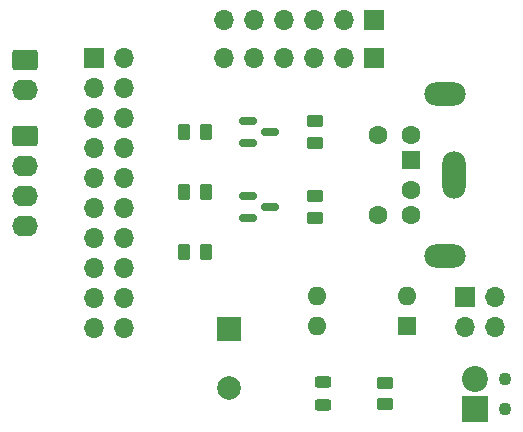
<source format=gbr>
%TF.GenerationSoftware,KiCad,Pcbnew,(6.0.8-1)-1*%
%TF.CreationDate,2022-10-27T21:51:23+08:00*%
%TF.ProjectId,Esp32_AGV_Relay,45737033-325f-4414-9756-5f52656c6179,rev?*%
%TF.SameCoordinates,Original*%
%TF.FileFunction,Soldermask,Top*%
%TF.FilePolarity,Negative*%
%FSLAX46Y46*%
G04 Gerber Fmt 4.6, Leading zero omitted, Abs format (unit mm)*
G04 Created by KiCad (PCBNEW (6.0.8-1)-1) date 2022-10-27 21:51:23*
%MOMM*%
%LPD*%
G01*
G04 APERTURE LIST*
G04 Aperture macros list*
%AMRoundRect*
0 Rectangle with rounded corners*
0 $1 Rounding radius*
0 $2 $3 $4 $5 $6 $7 $8 $9 X,Y pos of 4 corners*
0 Add a 4 corners polygon primitive as box body*
4,1,4,$2,$3,$4,$5,$6,$7,$8,$9,$2,$3,0*
0 Add four circle primitives for the rounded corners*
1,1,$1+$1,$2,$3*
1,1,$1+$1,$4,$5*
1,1,$1+$1,$6,$7*
1,1,$1+$1,$8,$9*
0 Add four rect primitives between the rounded corners*
20,1,$1+$1,$2,$3,$4,$5,0*
20,1,$1+$1,$4,$5,$6,$7,0*
20,1,$1+$1,$6,$7,$8,$9,0*
20,1,$1+$1,$8,$9,$2,$3,0*%
G04 Aperture macros list end*
%ADD10RoundRect,0.250000X-0.845000X0.620000X-0.845000X-0.620000X0.845000X-0.620000X0.845000X0.620000X0*%
%ADD11O,2.190000X1.740000*%
%ADD12C,1.100000*%
%ADD13R,2.200000X2.200000*%
%ADD14C,2.200000*%
%ADD15RoundRect,0.250000X-0.450000X0.262500X-0.450000X-0.262500X0.450000X-0.262500X0.450000X0.262500X0*%
%ADD16RoundRect,0.250000X-0.262500X-0.450000X0.262500X-0.450000X0.262500X0.450000X-0.262500X0.450000X0*%
%ADD17R,1.600000X1.600000*%
%ADD18C,1.600000*%
%ADD19O,2.000000X4.000000*%
%ADD20O,3.500000X2.000000*%
%ADD21RoundRect,0.250000X0.450000X-0.262500X0.450000X0.262500X-0.450000X0.262500X-0.450000X-0.262500X0*%
%ADD22RoundRect,0.150000X-0.587500X-0.150000X0.587500X-0.150000X0.587500X0.150000X-0.587500X0.150000X0*%
%ADD23RoundRect,0.250000X0.262500X0.450000X-0.262500X0.450000X-0.262500X-0.450000X0.262500X-0.450000X0*%
%ADD24O,1.600000X1.600000*%
%ADD25R,1.700000X1.700000*%
%ADD26O,1.700000X1.700000*%
%ADD27R,2.000000X2.000000*%
%ADD28C,2.000000*%
%ADD29RoundRect,0.243750X0.456250X-0.243750X0.456250X0.243750X-0.456250X0.243750X-0.456250X-0.243750X0*%
G04 APERTURE END LIST*
D10*
%TO.C,J7*%
X122480000Y-96730000D03*
D11*
X122480000Y-99270000D03*
%TD*%
D12*
%TO.C,J1*%
X163055000Y-123750000D03*
X163055000Y-126290000D03*
D13*
X160515000Y-126290000D03*
D14*
X160515000Y-123750000D03*
%TD*%
D15*
%TO.C,R3*%
X147000000Y-108307500D03*
X147000000Y-110132500D03*
%TD*%
D10*
%TO.C,J2*%
X122480000Y-103190000D03*
D11*
X122480000Y-105730000D03*
X122480000Y-108270000D03*
X122480000Y-110810000D03*
%TD*%
D16*
%TO.C,R4*%
X135927500Y-107950000D03*
X137752500Y-107950000D03*
%TD*%
D17*
%TO.C,J3*%
X155125000Y-105190000D03*
D18*
X155125000Y-107790000D03*
X155125000Y-103090000D03*
X155125000Y-109890000D03*
X152325000Y-103090000D03*
X152325000Y-109890000D03*
D19*
X158775000Y-106490000D03*
D20*
X157975000Y-99640000D03*
X157975000Y-113340000D03*
%TD*%
D21*
%TO.C,R5*%
X147000000Y-103782500D03*
X147000000Y-101957500D03*
%TD*%
D16*
%TO.C,R6*%
X135927500Y-102870000D03*
X137752500Y-102870000D03*
%TD*%
D22*
%TO.C,Q2*%
X141315000Y-101920000D03*
X141315000Y-103820000D03*
X143190000Y-102870000D03*
%TD*%
D23*
%TO.C,R2*%
X137752500Y-113030000D03*
X135927500Y-113030000D03*
%TD*%
D21*
%TO.C,R1*%
X152900000Y-125912500D03*
X152900000Y-124087500D03*
%TD*%
D17*
%TO.C,U1*%
X154800000Y-119275000D03*
D24*
X154800000Y-116735000D03*
X147180000Y-116735000D03*
X147180000Y-119275000D03*
%TD*%
D22*
%TO.C,Q1*%
X141315000Y-108270000D03*
X141315000Y-110170000D03*
X143190000Y-109220000D03*
%TD*%
D25*
%TO.C,J6*%
X152000000Y-93400000D03*
D26*
X149460000Y-93400000D03*
X146920000Y-93400000D03*
X144380000Y-93400000D03*
X141840000Y-93400000D03*
X139300000Y-93400000D03*
%TD*%
D27*
%TO.C,C1*%
X139700000Y-119552323D03*
D28*
X139700000Y-124552323D03*
%TD*%
D29*
%TO.C,D1*%
X147700000Y-125937500D03*
X147700000Y-124062500D03*
%TD*%
D25*
%TO.C,J4*%
X128270000Y-96570000D03*
D26*
X128270000Y-99110000D03*
X128270000Y-101650000D03*
X128270000Y-104190000D03*
X128270000Y-106730000D03*
X128270000Y-109270000D03*
X128270000Y-111810000D03*
X128270000Y-114350000D03*
X128270000Y-116890000D03*
X128270000Y-119430000D03*
X130810000Y-96570000D03*
X130810000Y-99110000D03*
X130810000Y-101650000D03*
X130810000Y-104190000D03*
X130810000Y-106730000D03*
X130810000Y-109270000D03*
X130810000Y-111810000D03*
X130810000Y-114350000D03*
X130810000Y-116890000D03*
X130810000Y-119430000D03*
%TD*%
D25*
%TO.C,J8*%
X159710000Y-116870000D03*
D26*
X159710000Y-119410000D03*
X162250000Y-116870000D03*
X162250000Y-119410000D03*
%TD*%
D25*
%TO.C,J5*%
X152000000Y-96575000D03*
D26*
X149460000Y-96575000D03*
X146920000Y-96575000D03*
X144380000Y-96575000D03*
X141840000Y-96575000D03*
X139300000Y-96575000D03*
%TD*%
M02*

</source>
